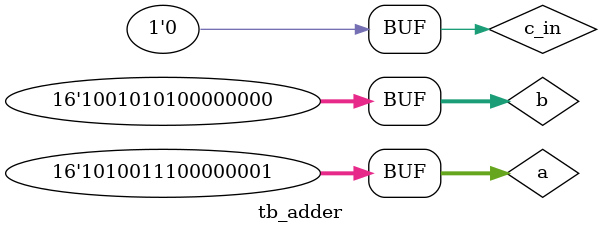
<source format=v>
`timescale 1ns / 1ps


module tb_adder();

reg [15:0]a;
reg [15:0]b; 
reg c_in; 

wire c_out; 
wire [15:0]sum;

kogge_stone_adder adder(.a(a), .b(b), .c_in(c_in), .c_out(c_out), .sum(sum)); 

initial begin
    a = 16'h0000;
    b = 16'h0000;
    c_in = 1'b0; 
    
    #10; 
    a = 16'ha701;
    b = 16'h9500;
end
endmodule

</source>
